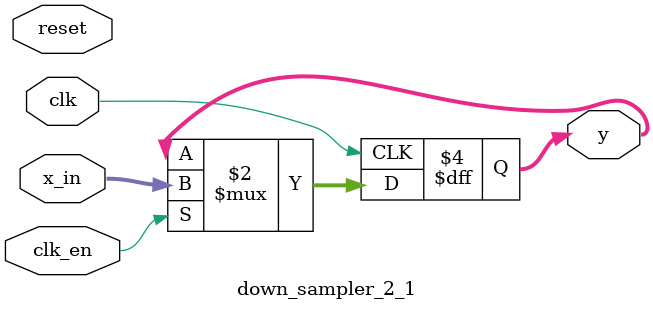
<source format=v>
module down_sampler_2_1(input clk,
	input reset,
	input clk_en,
	input signed [17:0] x_in,
	output reg signed [17:0] y
);

reg sampler;
reg [1:0] counter;



// always @ *
//     case(counter)
//     2'b00: sampler <= 1;
//     default: sampler <= 0;
//     endcase

// always @ (posedge clk)
// begin
//     if (reset)
//         counter <= 0;
//     else
//         counter = counter + 1'b1;
// end
/// remove this for board implementation

 ///
always @ (posedge clk)
if(clk_en)
    y <= x_in;

endmodule
</source>
